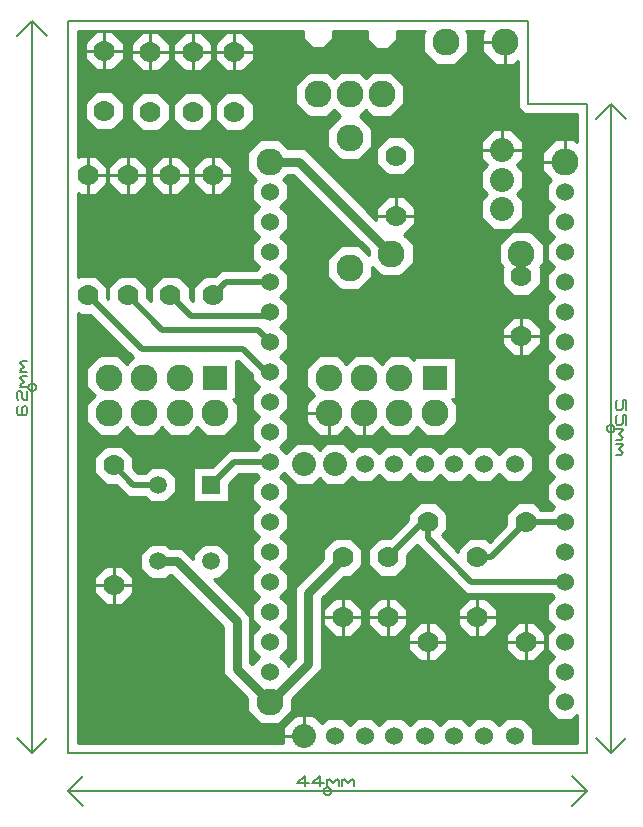
<source format=gbr>
G04 PROTEUS GERBER X2 FILE*
%TF.GenerationSoftware,Labcenter,Proteus,8.12-SP0-Build30713*%
%TF.CreationDate,2023-07-17T11:58:22+00:00*%
%TF.FileFunction,Copper,L2,Bot*%
%TF.FilePolarity,Positive*%
%TF.Part,Single*%
%TF.SameCoordinates,{929d0d33-b1dc-492e-9cfe-804fc5f4831e}*%
%FSLAX45Y45*%
%MOMM*%
G01*
%TA.AperFunction,Conductor*%
%ADD10C,0.508000*%
%ADD11C,0.762000*%
%ADD12C,0.254000*%
%TA.AperFunction,ComponentPad*%
%ADD13C,2.286000*%
%ADD14C,1.524000*%
%TA.AperFunction,ComponentPad*%
%ADD15R,2.032000X2.032000*%
%TA.AperFunction,ComponentPad*%
%ADD16C,2.032000*%
%TA.AperFunction,ComponentPad*%
%ADD17C,1.778000*%
%TA.AperFunction,ComponentPad*%
%ADD18R,1.500000X1.500000*%
%ADD19C,1.500000*%
%TA.AperFunction,Profile*%
%ADD20C,0.203200*%
%TA.AperFunction,NonMaterial*%
%ADD21C,0.203200*%
%TD.AperFunction*%
G36*
X+3509501Y+6098907D02*
X+3509501Y+5941093D01*
X+3621093Y+5829501D01*
X+3778907Y+5829501D01*
X+3813640Y+5864234D01*
X+3813640Y+5464230D01*
X+3864230Y+5413640D01*
X+4313640Y+5413640D01*
X+4313640Y+5175766D01*
X+4288907Y+5200499D01*
X+4131093Y+5200499D01*
X+4019501Y+5088907D01*
X+4019501Y+4931093D01*
X+4094534Y+4856060D01*
X+4057601Y+4819126D01*
X+4057601Y+4692874D01*
X+4121475Y+4629000D01*
X+4057601Y+4565126D01*
X+4057601Y+4438874D01*
X+4121475Y+4375000D01*
X+4057601Y+4311126D01*
X+4057601Y+4184874D01*
X+4121475Y+4121000D01*
X+4057601Y+4057126D01*
X+4057601Y+3930874D01*
X+4121475Y+3867000D01*
X+4057601Y+3803126D01*
X+4057601Y+3676874D01*
X+4121475Y+3613000D01*
X+4057601Y+3549126D01*
X+4057601Y+3422874D01*
X+4121475Y+3359000D01*
X+4057601Y+3295126D01*
X+4057601Y+3168874D01*
X+4121475Y+3105000D01*
X+4057601Y+3041126D01*
X+4057601Y+2914874D01*
X+4121475Y+2851000D01*
X+4057601Y+2787126D01*
X+4057601Y+2660874D01*
X+4121475Y+2597000D01*
X+4057601Y+2533126D01*
X+4057601Y+2406874D01*
X+4121475Y+2343000D01*
X+4057601Y+2279126D01*
X+4057601Y+2152874D01*
X+4121475Y+2089000D01*
X+4094074Y+2061599D01*
X+4011886Y+2061599D01*
X+3948386Y+2125099D01*
X+3811614Y+2125099D01*
X+3714901Y+2028386D01*
X+3714901Y+1929202D01*
X+3574592Y+1788893D01*
X+3538386Y+1825099D01*
X+3401614Y+1825099D01*
X+3304901Y+1728386D01*
X+3304901Y+1708020D01*
X+3168203Y+1844718D01*
X+3215099Y+1891614D01*
X+3215099Y+2028386D01*
X+3118386Y+2125099D01*
X+2981614Y+2125099D01*
X+2884901Y+2028386D01*
X+2884901Y+1978583D01*
X+2731417Y+1825099D01*
X+2641614Y+1825099D01*
X+2544901Y+1728386D01*
X+2544901Y+1591614D01*
X+2641614Y+1494901D01*
X+2778386Y+1494901D01*
X+2875099Y+1591614D01*
X+2875099Y+1681417D01*
X+2959620Y+1765938D01*
X+2978159Y+1747398D01*
X+3373156Y+1352401D01*
X+4096074Y+1352401D01*
X+4121475Y+1327000D01*
X+4057601Y+1263126D01*
X+4057601Y+1136874D01*
X+4121475Y+1073000D01*
X+4057601Y+1009126D01*
X+4057601Y+882874D01*
X+4121475Y+819000D01*
X+4057601Y+755126D01*
X+4057601Y+628874D01*
X+4121475Y+565000D01*
X+4057601Y+501126D01*
X+4057601Y+374874D01*
X+4146874Y+285601D01*
X+4273126Y+285601D01*
X+4313640Y+326115D01*
X+4313640Y+86360D01*
X+3937285Y+86360D01*
X+3937799Y+86874D01*
X+3937799Y+213126D01*
X+3848526Y+302399D01*
X+3722274Y+302399D01*
X+3655400Y+235525D01*
X+3588526Y+302399D01*
X+3462274Y+302399D01*
X+3400400Y+240525D01*
X+3338526Y+302399D01*
X+3212274Y+302399D01*
X+3150400Y+240525D01*
X+3088526Y+302399D01*
X+2962274Y+302399D01*
X+2895400Y+235525D01*
X+2828526Y+302399D01*
X+2702274Y+302399D01*
X+2640400Y+240525D01*
X+2578526Y+302399D01*
X+2452274Y+302399D01*
X+2390400Y+240525D01*
X+2328526Y+302399D01*
X+2202274Y+302399D01*
X+2153360Y+253486D01*
X+2079047Y+327799D01*
X+1931753Y+327799D01*
X+1827601Y+223647D01*
X+1827601Y+86360D01*
X+86359Y+86360D01*
X+86359Y+3730156D01*
X+101614Y+3714901D01*
X+191417Y+3714901D01*
X+553456Y+3352862D01*
X+500000Y+3299406D01*
X+428907Y+3370499D01*
X+271093Y+3370499D01*
X+159501Y+3258907D01*
X+159501Y+3101093D01*
X+230594Y+3030000D01*
X+159501Y+2958907D01*
X+159501Y+2801093D01*
X+271093Y+2689501D01*
X+428907Y+2689501D01*
X+500000Y+2760594D01*
X+571093Y+2689501D01*
X+728907Y+2689501D01*
X+800000Y+2760594D01*
X+871093Y+2689501D01*
X+1028907Y+2689501D01*
X+1100000Y+2760594D01*
X+1171093Y+2689501D01*
X+1328907Y+2689501D01*
X+1440499Y+2801093D01*
X+1440499Y+2958907D01*
X+1397205Y+3002201D01*
X+1427799Y+3002201D01*
X+1427799Y+3321538D01*
X+1443895Y+3321538D01*
X+1557601Y+3207832D01*
X+1557601Y+3168874D01*
X+1621475Y+3105000D01*
X+1557601Y+3041126D01*
X+1557601Y+2914874D01*
X+1621475Y+2851000D01*
X+1557601Y+2787126D01*
X+1557601Y+2660874D01*
X+1621475Y+2597000D01*
X+1596074Y+2571599D01*
X+1367917Y+2571599D01*
X+1222517Y+2426199D01*
X+1063801Y+2426199D01*
X+1063801Y+2123801D01*
X+1366199Y+2123801D01*
X+1366199Y+2282517D01*
X+1452083Y+2368401D01*
X+1596074Y+2368401D01*
X+1621475Y+2343000D01*
X+1557601Y+2279126D01*
X+1557601Y+2152874D01*
X+1621475Y+2089000D01*
X+1557601Y+2025126D01*
X+1557601Y+1898874D01*
X+1621475Y+1835000D01*
X+1557601Y+1771126D01*
X+1557601Y+1644874D01*
X+1621475Y+1581000D01*
X+1557601Y+1517126D01*
X+1557601Y+1390874D01*
X+1621475Y+1327000D01*
X+1557601Y+1263126D01*
X+1557601Y+1136874D01*
X+1621475Y+1073000D01*
X+1557601Y+1009126D01*
X+1557601Y+882874D01*
X+1621475Y+819000D01*
X+1557601Y+755126D01*
X+1557601Y+752041D01*
X+1545278Y+764364D01*
X+1545278Y+1164930D01*
X+1236407Y+1473801D01*
X+1277629Y+1473801D01*
X+1366199Y+1562371D01*
X+1366199Y+1687629D01*
X+1277629Y+1776199D01*
X+1152371Y+1776199D01*
X+1063801Y+1687629D01*
X+1063801Y+1646407D01*
X+970909Y+1739299D01*
X+864529Y+1739299D01*
X+827629Y+1776199D01*
X+702371Y+1776199D01*
X+613801Y+1687629D01*
X+613801Y+1562371D01*
X+702371Y+1473801D01*
X+827629Y+1473801D01*
X+864529Y+1510701D01*
X+876223Y+1510701D01*
X+1316680Y+1070244D01*
X+1316680Y+669678D01*
X+1519501Y+466857D01*
X+1519501Y+359093D01*
X+1631093Y+247501D01*
X+1788907Y+247501D01*
X+1900499Y+359093D01*
X+1900499Y+457379D01*
X+2154299Y+711179D01*
X+2154299Y+1312657D01*
X+2336543Y+1494901D01*
X+2398386Y+1494901D01*
X+2495099Y+1591614D01*
X+2495099Y+1728386D01*
X+2398386Y+1825099D01*
X+2261614Y+1825099D01*
X+2164901Y+1728386D01*
X+2164901Y+1646543D01*
X+1925701Y+1407343D01*
X+1925701Y+805865D01*
X+1862399Y+742563D01*
X+1862399Y+755126D01*
X+1798525Y+819000D01*
X+1862399Y+882874D01*
X+1862399Y+1009126D01*
X+1798525Y+1073000D01*
X+1862399Y+1136874D01*
X+1862399Y+1263126D01*
X+1798525Y+1327000D01*
X+1862399Y+1390874D01*
X+1862399Y+1517126D01*
X+1798525Y+1581000D01*
X+1862399Y+1644874D01*
X+1862399Y+1771126D01*
X+1798525Y+1835000D01*
X+1862399Y+1898874D01*
X+1862399Y+2025126D01*
X+1798525Y+2089000D01*
X+1862399Y+2152874D01*
X+1862399Y+2279126D01*
X+1798525Y+2343000D01*
X+1829740Y+2374214D01*
X+1931753Y+2272201D01*
X+2079047Y+2272201D01*
X+2135400Y+2328554D01*
X+2191753Y+2272201D01*
X+2339047Y+2272201D01*
X+2408360Y+2341514D01*
X+2452274Y+2297601D01*
X+2578526Y+2297601D01*
X+2640400Y+2359475D01*
X+2702274Y+2297601D01*
X+2828526Y+2297601D01*
X+2895400Y+2364475D01*
X+2962274Y+2297601D01*
X+3088526Y+2297601D01*
X+3150400Y+2359475D01*
X+3212274Y+2297601D01*
X+3338526Y+2297601D01*
X+3400400Y+2359475D01*
X+3462274Y+2297601D01*
X+3588526Y+2297601D01*
X+3655400Y+2364475D01*
X+3722274Y+2297601D01*
X+3848526Y+2297601D01*
X+3937799Y+2386874D01*
X+3937799Y+2513126D01*
X+3848526Y+2602399D01*
X+3722274Y+2602399D01*
X+3655400Y+2535525D01*
X+3588526Y+2602399D01*
X+3462274Y+2602399D01*
X+3400400Y+2540525D01*
X+3338526Y+2602399D01*
X+3212274Y+2602399D01*
X+3150400Y+2540525D01*
X+3088526Y+2602399D01*
X+2962274Y+2602399D01*
X+2895400Y+2535525D01*
X+2828526Y+2602399D01*
X+2702274Y+2602399D01*
X+2640400Y+2540525D01*
X+2578526Y+2602399D01*
X+2452274Y+2602399D01*
X+2408360Y+2558486D01*
X+2339047Y+2627799D01*
X+2191753Y+2627799D01*
X+2135400Y+2571446D01*
X+2079047Y+2627799D01*
X+1931753Y+2627799D01*
X+1849740Y+2545786D01*
X+1798525Y+2597000D01*
X+1862399Y+2660874D01*
X+1862399Y+2787126D01*
X+1798525Y+2851000D01*
X+1862399Y+2914874D01*
X+1862399Y+3041126D01*
X+1798525Y+3105000D01*
X+1862399Y+3168874D01*
X+1862399Y+3295126D01*
X+1798525Y+3359000D01*
X+1862399Y+3422874D01*
X+1862399Y+3549126D01*
X+1798525Y+3613000D01*
X+1862399Y+3676874D01*
X+1862399Y+3803126D01*
X+1798525Y+3867000D01*
X+1862399Y+3930874D01*
X+1862399Y+4057126D01*
X+1798525Y+4121000D01*
X+1862399Y+4184874D01*
X+1862399Y+4311126D01*
X+1798525Y+4375000D01*
X+1862399Y+4438874D01*
X+1862399Y+4565126D01*
X+1798525Y+4629000D01*
X+1862399Y+4692874D01*
X+1862399Y+4819126D01*
X+1825466Y+4856060D01*
X+1865107Y+4895701D01*
X+1912657Y+4895701D01*
X+2549501Y+4258857D01*
X+2549501Y+4219905D01*
X+2468907Y+4300499D01*
X+2311093Y+4300499D01*
X+2199501Y+4188907D01*
X+2199501Y+4031093D01*
X+2311093Y+3919501D01*
X+2468907Y+3919501D01*
X+2580499Y+4031093D01*
X+2580499Y+4120095D01*
X+2661093Y+4039501D01*
X+2818907Y+4039501D01*
X+2930499Y+4151093D01*
X+2930499Y+4308907D01*
X+2850446Y+4388960D01*
X+2945099Y+4483614D01*
X+2945099Y+4620386D01*
X+2848386Y+4717099D01*
X+2711614Y+4717099D01*
X+2614901Y+4620386D01*
X+2614901Y+4516741D01*
X+2007343Y+5124299D01*
X+1865107Y+5124299D01*
X+1788907Y+5200499D01*
X+1631093Y+5200499D01*
X+1519501Y+5088907D01*
X+1519501Y+4931093D01*
X+1594534Y+4856060D01*
X+1557601Y+4819126D01*
X+1557601Y+4692874D01*
X+1621475Y+4629000D01*
X+1557601Y+4565126D01*
X+1557601Y+4438874D01*
X+1621475Y+4375000D01*
X+1557601Y+4311126D01*
X+1557601Y+4184874D01*
X+1621475Y+4121000D01*
X+1596074Y+4095599D01*
X+1301917Y+4095599D01*
X+1251417Y+4045099D01*
X+1161614Y+4045099D01*
X+1064901Y+3948386D01*
X+1064901Y+3828781D01*
X+1035099Y+3858583D01*
X+1035099Y+3948386D01*
X+938386Y+4045099D01*
X+801614Y+4045099D01*
X+704901Y+3948386D01*
X+704901Y+3828781D01*
X+675099Y+3858583D01*
X+675099Y+3948386D01*
X+578386Y+4045099D01*
X+441614Y+4045099D01*
X+344901Y+3948386D01*
X+344901Y+3848781D01*
X+335099Y+3858583D01*
X+335099Y+3948386D01*
X+238386Y+4045099D01*
X+101614Y+4045099D01*
X+86359Y+4029844D01*
X+86359Y+4746156D01*
X+101614Y+4730901D01*
X+238386Y+4730901D01*
X+335099Y+4827614D01*
X+335099Y+4964386D01*
X+238386Y+5061099D01*
X+101614Y+5061099D01*
X+86359Y+5045844D01*
X+86359Y+6113640D01*
X+1993801Y+6113640D01*
X+1993801Y+6047727D01*
X+2067727Y+5973801D01*
X+2172273Y+5973801D01*
X+2246199Y+6047727D01*
X+2246199Y+6113640D01*
X+2533801Y+6113640D01*
X+2533801Y+6037727D01*
X+2607727Y+5963801D01*
X+2712273Y+5963801D01*
X+2786199Y+6037727D01*
X+2786199Y+6113640D01*
X+3024234Y+6113640D01*
X+3009501Y+6098907D01*
X+3009501Y+5941093D01*
X+3121093Y+5829501D01*
X+3278907Y+5829501D01*
X+3390499Y+5941093D01*
X+3390499Y+6098907D01*
X+3375766Y+6113640D01*
X+3524234Y+6113640D01*
X+3509501Y+6098907D01*
G37*
%LPC*%
G36*
X+2932201Y+3327205D02*
X+2932201Y+3357799D01*
X+3287799Y+3357799D01*
X+3287799Y+3002201D01*
X+3257205Y+3002201D01*
X+3300499Y+2958907D01*
X+3300499Y+2801093D01*
X+3188907Y+2689501D01*
X+3031093Y+2689501D01*
X+2960000Y+2760594D01*
X+2888907Y+2689501D01*
X+2731093Y+2689501D01*
X+2660000Y+2760594D01*
X+2588907Y+2689501D01*
X+2431093Y+2689501D01*
X+2360000Y+2760594D01*
X+2288907Y+2689501D01*
X+2131093Y+2689501D01*
X+2019501Y+2801093D01*
X+2019501Y+2958907D01*
X+2090594Y+3030000D01*
X+2019501Y+3101093D01*
X+2019501Y+3258907D01*
X+2131093Y+3370499D01*
X+2288907Y+3370499D01*
X+2360000Y+3299406D01*
X+2431093Y+3370499D01*
X+2588907Y+3370499D01*
X+2660000Y+3299406D01*
X+2731093Y+3370499D01*
X+2888907Y+3370499D01*
X+2932201Y+3327205D01*
G37*
G36*
X+2850499Y+5658907D02*
X+2850499Y+5501093D01*
X+2738907Y+5389501D01*
X+2581093Y+5389501D01*
X+2525000Y+5445594D01*
X+2474406Y+5395000D01*
X+2580499Y+5288907D01*
X+2580499Y+5131093D01*
X+2468907Y+5019501D01*
X+2311093Y+5019501D01*
X+2199501Y+5131093D01*
X+2199501Y+5288907D01*
X+2305594Y+5395000D01*
X+2255000Y+5445594D01*
X+2198907Y+5389501D01*
X+2041093Y+5389501D01*
X+1929501Y+5501093D01*
X+1929501Y+5658907D01*
X+2041093Y+5770499D01*
X+2198907Y+5770499D01*
X+2255000Y+5714406D01*
X+2311093Y+5770499D01*
X+2468907Y+5770499D01*
X+2525000Y+5714406D01*
X+2581093Y+5770499D01*
X+2738907Y+5770499D01*
X+2850499Y+5658907D01*
G37*
G36*
X+675099Y+4827614D02*
X+675099Y+4964386D01*
X+578386Y+5061099D01*
X+441614Y+5061099D01*
X+344901Y+4964386D01*
X+344901Y+4827614D01*
X+441614Y+4730901D01*
X+578386Y+4730901D01*
X+675099Y+4827614D01*
G37*
G36*
X+1035099Y+4827614D02*
X+1035099Y+4964386D01*
X+938386Y+5061099D01*
X+801614Y+5061099D01*
X+704901Y+4964386D01*
X+704901Y+4827614D01*
X+801614Y+4730901D01*
X+938386Y+4730901D01*
X+1035099Y+4827614D01*
G37*
G36*
X+1395099Y+4827614D02*
X+1395099Y+4964386D01*
X+1298386Y+5061099D01*
X+1161614Y+5061099D01*
X+1064901Y+4964386D01*
X+1064901Y+4827614D01*
X+1161614Y+4730901D01*
X+1298386Y+4730901D01*
X+1395099Y+4827614D01*
G37*
G36*
X+475099Y+5371614D02*
X+475099Y+5508386D01*
X+378386Y+5605099D01*
X+241614Y+5605099D01*
X+144901Y+5508386D01*
X+144901Y+5371614D01*
X+241614Y+5274901D01*
X+378386Y+5274901D01*
X+475099Y+5371614D01*
G37*
G36*
X+475099Y+5879614D02*
X+475099Y+6016386D01*
X+378386Y+6113099D01*
X+241614Y+6113099D01*
X+144901Y+6016386D01*
X+144901Y+5879614D01*
X+241614Y+5782901D01*
X+378386Y+5782901D01*
X+475099Y+5879614D01*
G37*
G36*
X+865099Y+5361614D02*
X+865099Y+5498386D01*
X+768386Y+5595099D01*
X+631614Y+5595099D01*
X+534901Y+5498386D01*
X+534901Y+5361614D01*
X+631614Y+5264901D01*
X+768386Y+5264901D01*
X+865099Y+5361614D01*
G37*
G36*
X+865099Y+5869614D02*
X+865099Y+6006386D01*
X+768386Y+6103099D01*
X+631614Y+6103099D01*
X+534901Y+6006386D01*
X+534901Y+5869614D01*
X+631614Y+5772901D01*
X+768386Y+5772901D01*
X+865099Y+5869614D01*
G37*
G36*
X+1225099Y+5361614D02*
X+1225099Y+5498386D01*
X+1128386Y+5595099D01*
X+991614Y+5595099D01*
X+894901Y+5498386D01*
X+894901Y+5361614D01*
X+991614Y+5264901D01*
X+1128386Y+5264901D01*
X+1225099Y+5361614D01*
G37*
G36*
X+1225099Y+5869614D02*
X+1225099Y+6006386D01*
X+1128386Y+6103099D01*
X+991614Y+6103099D01*
X+894901Y+6006386D01*
X+894901Y+5869614D01*
X+991614Y+5772901D01*
X+1128386Y+5772901D01*
X+1225099Y+5869614D01*
G37*
G36*
X+1575099Y+5361614D02*
X+1575099Y+5498386D01*
X+1478386Y+5595099D01*
X+1341614Y+5595099D01*
X+1244901Y+5498386D01*
X+1244901Y+5361614D01*
X+1341614Y+5264901D01*
X+1478386Y+5264901D01*
X+1575099Y+5361614D01*
G37*
G36*
X+1575099Y+5869614D02*
X+1575099Y+6006386D01*
X+1478386Y+6103099D01*
X+1341614Y+6103099D01*
X+1244901Y+6006386D01*
X+1244901Y+5869614D01*
X+1341614Y+5772901D01*
X+1478386Y+5772901D01*
X+1575099Y+5869614D01*
G37*
G36*
X+2164901Y+1220386D02*
X+2164901Y+1083614D01*
X+2261614Y+986901D01*
X+2398386Y+986901D01*
X+2495099Y+1083614D01*
X+2495099Y+1220386D01*
X+2398386Y+1317099D01*
X+2261614Y+1317099D01*
X+2164901Y+1220386D01*
G37*
G36*
X+3714901Y+1012386D02*
X+3714901Y+875614D01*
X+3811614Y+778901D01*
X+3948386Y+778901D01*
X+4045099Y+875614D01*
X+4045099Y+1012386D01*
X+3948386Y+1109099D01*
X+3811614Y+1109099D01*
X+3714901Y+1012386D01*
G37*
G36*
X+3304901Y+1220386D02*
X+3304901Y+1083614D01*
X+3401614Y+986901D01*
X+3538386Y+986901D01*
X+3635099Y+1083614D01*
X+3635099Y+1220386D01*
X+3538386Y+1317099D01*
X+3401614Y+1317099D01*
X+3304901Y+1220386D01*
G37*
G36*
X+2884901Y+1012386D02*
X+2884901Y+875614D01*
X+2981614Y+778901D01*
X+3118386Y+778901D01*
X+3215099Y+875614D01*
X+3215099Y+1012386D01*
X+3118386Y+1109099D01*
X+2981614Y+1109099D01*
X+2884901Y+1012386D01*
G37*
G36*
X+2544901Y+1220386D02*
X+2544901Y+1083614D01*
X+2641614Y+986901D01*
X+2778386Y+986901D01*
X+2875099Y+1083614D01*
X+2875099Y+1220386D01*
X+2778386Y+1317099D01*
X+2641614Y+1317099D01*
X+2544901Y+1220386D01*
G37*
G36*
X+4030499Y+4308907D02*
X+4030499Y+4151093D01*
X+3996446Y+4117040D01*
X+4005099Y+4108386D01*
X+4005099Y+3971614D01*
X+3908386Y+3874901D01*
X+3771614Y+3874901D01*
X+3674901Y+3971614D01*
X+3674901Y+4108386D01*
X+3683554Y+4117040D01*
X+3649501Y+4151093D01*
X+3649501Y+4308907D01*
X+3761093Y+4420499D01*
X+3918907Y+4420499D01*
X+4030499Y+4308907D01*
G37*
G36*
X+3857799Y+5183647D02*
X+3857799Y+5036353D01*
X+3804946Y+4983500D01*
X+3857799Y+4930647D01*
X+3857799Y+4783353D01*
X+3807946Y+4733500D01*
X+3857799Y+4683647D01*
X+3857799Y+4536353D01*
X+3753647Y+4432201D01*
X+3606353Y+4432201D01*
X+3502201Y+4536353D01*
X+3502201Y+4683647D01*
X+3552054Y+4733500D01*
X+3502201Y+4783353D01*
X+3502201Y+4930647D01*
X+3555054Y+4983500D01*
X+3502201Y+5036353D01*
X+3502201Y+5183647D01*
X+3606353Y+5287799D01*
X+3753647Y+5287799D01*
X+3857799Y+5183647D01*
G37*
G36*
X+3674901Y+3600386D02*
X+3674901Y+3463614D01*
X+3771614Y+3366901D01*
X+3908386Y+3366901D01*
X+4005099Y+3463614D01*
X+4005099Y+3600386D01*
X+3908386Y+3697099D01*
X+3771614Y+3697099D01*
X+3674901Y+3600386D01*
G37*
G36*
X+2614901Y+5128386D02*
X+2614901Y+4991614D01*
X+2711614Y+4894901D01*
X+2848386Y+4894901D01*
X+2945099Y+4991614D01*
X+2945099Y+5128386D01*
X+2848386Y+5225099D01*
X+2711614Y+5225099D01*
X+2614901Y+5128386D01*
G37*
G36*
X+555099Y+2508386D02*
X+555099Y+2418583D01*
X+597083Y+2376599D01*
X+652771Y+2376599D01*
X+702371Y+2426199D01*
X+827629Y+2426199D01*
X+916199Y+2337629D01*
X+916199Y+2212371D01*
X+827629Y+2123801D01*
X+702371Y+2123801D01*
X+652771Y+2173401D01*
X+512917Y+2173401D01*
X+411417Y+2274901D01*
X+321614Y+2274901D01*
X+224901Y+2371614D01*
X+224901Y+2508386D01*
X+321614Y+2605099D01*
X+458386Y+2605099D01*
X+555099Y+2508386D01*
G37*
G36*
X+224901Y+1492386D02*
X+224901Y+1355614D01*
X+321614Y+1258901D01*
X+458386Y+1258901D01*
X+555099Y+1355614D01*
X+555099Y+1492386D01*
X+458386Y+1589099D01*
X+321614Y+1589099D01*
X+224901Y+1492386D01*
G37*
%LPD*%
D10*
X+3889381Y+1960000D02*
X+3889381Y+1973234D01*
X+3880000Y+1960000D01*
X+3889381Y+1960000D01*
X+4208000Y+1960000D01*
X+4210000Y+1962000D01*
X+390000Y+2440000D02*
X+555000Y+2275000D01*
X+765000Y+2275000D01*
X+1215000Y+2275000D02*
X+1410000Y+2470000D01*
X+1710000Y+2470000D01*
D11*
X+1710000Y+5010000D02*
X+1960000Y+5010000D01*
X+2740000Y+4230000D01*
X+3840000Y+4230000D02*
X+3840000Y+4040000D01*
D10*
X+1710000Y+3994000D02*
X+1344000Y+3994000D01*
X+1230000Y+3880000D01*
X+870000Y+3880000D02*
X+1047704Y+3702296D01*
X+1672296Y+3702296D01*
X+1710000Y+3740000D01*
X+510000Y+3880000D02*
X+803412Y+3586588D01*
X+1572618Y+3586588D01*
X+1609412Y+3586588D01*
X+1710000Y+3486000D01*
X+170000Y+3880000D02*
X+626863Y+3423137D01*
X+1485978Y+3423137D01*
X+1677115Y+3232000D01*
X+1710000Y+3232000D01*
X+3470000Y+1660000D02*
X+3589381Y+1660000D01*
X+3800481Y+1871100D01*
X+3880000Y+1960000D01*
X+3050000Y+1960000D02*
X+3050000Y+1819239D01*
X+3415239Y+1454000D01*
X+4210000Y+1454000D01*
X+2710000Y+1660000D02*
X+3010000Y+1960000D01*
X+3050000Y+1960000D01*
D11*
X+1699000Y+449000D02*
X+1730478Y+449000D01*
X+2040000Y+758522D01*
X+2040000Y+1360000D01*
X+2330000Y+1650000D01*
X+2330000Y+1660000D01*
X+765000Y+1625000D02*
X+923566Y+1625000D01*
X+1430979Y+1117587D01*
X+1430979Y+717021D01*
X+1699000Y+449000D01*
X+1710000Y+438000D01*
D12*
X+3509501Y+6098907D02*
X+3509501Y+5941093D01*
X+3621093Y+5829501D01*
X+3778907Y+5829501D01*
X+3813640Y+5864234D01*
X+3813640Y+5464230D01*
X+3864230Y+5413640D01*
X+4313640Y+5413640D01*
X+4313640Y+5175766D01*
X+4288907Y+5200499D01*
X+4131093Y+5200499D01*
X+4019501Y+5088907D01*
X+4019501Y+4931093D01*
X+4094534Y+4856060D01*
X+4057601Y+4819126D01*
X+4057601Y+4692874D01*
X+4121475Y+4629000D01*
X+4057601Y+4565126D01*
X+4057601Y+4438874D01*
X+4121475Y+4375000D01*
X+4057601Y+4311126D01*
X+4057601Y+4184874D01*
X+4121475Y+4121000D01*
X+4057601Y+4057126D01*
X+4057601Y+3930874D01*
X+4121475Y+3867000D01*
X+4057601Y+3803126D01*
X+4057601Y+3676874D01*
X+4121475Y+3613000D01*
X+4057601Y+3549126D01*
X+4057601Y+3422874D01*
X+4121475Y+3359000D01*
X+4057601Y+3295126D01*
X+4057601Y+3168874D01*
X+4121475Y+3105000D01*
X+4057601Y+3041126D01*
X+4057601Y+2914874D01*
X+4121475Y+2851000D01*
X+4057601Y+2787126D01*
X+4057601Y+2660874D01*
X+4121475Y+2597000D01*
X+4057601Y+2533126D01*
X+4057601Y+2406874D01*
X+4121475Y+2343000D01*
X+4057601Y+2279126D01*
X+4057601Y+2152874D01*
X+4121475Y+2089000D01*
X+4094074Y+2061599D01*
X+4011886Y+2061599D01*
X+3948386Y+2125099D01*
X+3811614Y+2125099D01*
X+3714901Y+2028386D01*
X+3714901Y+1929202D01*
X+3574592Y+1788893D01*
X+3538386Y+1825099D01*
X+3401614Y+1825099D01*
X+3304901Y+1728386D01*
X+3304901Y+1708020D01*
X+3168203Y+1844718D01*
X+3215099Y+1891614D01*
X+3215099Y+2028386D01*
X+3118386Y+2125099D01*
X+2981614Y+2125099D01*
X+2884901Y+2028386D01*
X+2884901Y+1978583D01*
X+2731417Y+1825099D01*
X+2641614Y+1825099D01*
X+2544901Y+1728386D01*
X+2544901Y+1591614D01*
X+2641614Y+1494901D01*
X+2778386Y+1494901D01*
X+2875099Y+1591614D01*
X+2875099Y+1681417D01*
X+2959620Y+1765938D01*
X+2978159Y+1747398D01*
X+3373156Y+1352401D01*
X+4096074Y+1352401D01*
X+4121475Y+1327000D01*
X+4057601Y+1263126D01*
X+4057601Y+1136874D01*
X+4121475Y+1073000D01*
X+4057601Y+1009126D01*
X+4057601Y+882874D01*
X+4121475Y+819000D01*
X+4057601Y+755126D01*
X+4057601Y+628874D01*
X+4121475Y+565000D01*
X+4057601Y+501126D01*
X+4057601Y+374874D01*
X+4146874Y+285601D01*
X+4273126Y+285601D01*
X+4313640Y+326115D01*
X+4313640Y+86360D01*
X+3937285Y+86360D01*
X+3937799Y+86874D01*
X+3937799Y+213126D01*
X+3848526Y+302399D01*
X+3722274Y+302399D01*
X+3655400Y+235525D01*
X+3588526Y+302399D01*
X+3462274Y+302399D01*
X+3400400Y+240525D01*
X+3338526Y+302399D01*
X+3212274Y+302399D01*
X+3150400Y+240525D01*
X+3088526Y+302399D01*
X+2962274Y+302399D01*
X+2895400Y+235525D01*
X+2828526Y+302399D01*
X+2702274Y+302399D01*
X+2640400Y+240525D01*
X+2578526Y+302399D01*
X+2452274Y+302399D01*
X+2390400Y+240525D01*
X+2328526Y+302399D01*
X+2202274Y+302399D01*
X+2153360Y+253486D01*
X+2079047Y+327799D01*
X+1931753Y+327799D01*
X+1827601Y+223647D01*
X+1827601Y+86360D01*
X+86359Y+86360D01*
X+86359Y+3730156D01*
X+101614Y+3714901D01*
X+191417Y+3714901D01*
X+553456Y+3352862D01*
X+500000Y+3299406D01*
X+428907Y+3370499D01*
X+271093Y+3370499D01*
X+159501Y+3258907D01*
X+159501Y+3101093D01*
X+230594Y+3030000D01*
X+159501Y+2958907D01*
X+159501Y+2801093D01*
X+271093Y+2689501D01*
X+428907Y+2689501D01*
X+500000Y+2760594D01*
X+571093Y+2689501D01*
X+728907Y+2689501D01*
X+800000Y+2760594D01*
X+871093Y+2689501D01*
X+1028907Y+2689501D01*
X+1100000Y+2760594D01*
X+1171093Y+2689501D01*
X+1328907Y+2689501D01*
X+1440499Y+2801093D01*
X+1440499Y+2958907D01*
X+1397205Y+3002201D01*
X+1427799Y+3002201D01*
X+1427799Y+3321538D01*
X+1443895Y+3321538D01*
X+1557601Y+3207832D01*
X+1557601Y+3168874D01*
X+1621475Y+3105000D01*
X+1557601Y+3041126D01*
X+1557601Y+2914874D01*
X+1621475Y+2851000D01*
X+1557601Y+2787126D01*
X+1557601Y+2660874D01*
X+1621475Y+2597000D01*
X+1596074Y+2571599D01*
X+1367917Y+2571599D01*
X+1222517Y+2426199D01*
X+1063801Y+2426199D01*
X+1063801Y+2123801D01*
X+1366199Y+2123801D01*
X+1366199Y+2282517D01*
X+1452083Y+2368401D01*
X+1596074Y+2368401D01*
X+1621475Y+2343000D01*
X+1557601Y+2279126D01*
X+1557601Y+2152874D01*
X+1621475Y+2089000D01*
X+1557601Y+2025126D01*
X+1557601Y+1898874D01*
X+1621475Y+1835000D01*
X+1557601Y+1771126D01*
X+1557601Y+1644874D01*
X+1621475Y+1581000D01*
X+1557601Y+1517126D01*
X+1557601Y+1390874D01*
X+1621475Y+1327000D01*
X+1557601Y+1263126D01*
X+1557601Y+1136874D01*
X+1621475Y+1073000D01*
X+1557601Y+1009126D01*
X+1557601Y+882874D01*
X+1621475Y+819000D01*
X+1557601Y+755126D01*
X+1557601Y+752041D01*
X+1545278Y+764364D01*
X+1545278Y+1164930D01*
X+1236407Y+1473801D01*
X+1277629Y+1473801D01*
X+1366199Y+1562371D01*
X+1366199Y+1687629D01*
X+1277629Y+1776199D01*
X+1152371Y+1776199D01*
X+1063801Y+1687629D01*
X+1063801Y+1646407D01*
X+970909Y+1739299D01*
X+864529Y+1739299D01*
X+827629Y+1776199D01*
X+702371Y+1776199D01*
X+613801Y+1687629D01*
X+613801Y+1562371D01*
X+702371Y+1473801D01*
X+827629Y+1473801D01*
X+864529Y+1510701D01*
X+876223Y+1510701D01*
X+1316680Y+1070244D01*
X+1316680Y+669678D01*
X+1519501Y+466857D01*
X+1519501Y+359093D01*
X+1631093Y+247501D01*
X+1788907Y+247501D01*
X+1900499Y+359093D01*
X+1900499Y+457379D01*
X+2154299Y+711179D01*
X+2154299Y+1312657D01*
X+2336543Y+1494901D01*
X+2398386Y+1494901D01*
X+2495099Y+1591614D01*
X+2495099Y+1728386D01*
X+2398386Y+1825099D01*
X+2261614Y+1825099D01*
X+2164901Y+1728386D01*
X+2164901Y+1646543D01*
X+1925701Y+1407343D01*
X+1925701Y+805865D01*
X+1862399Y+742563D01*
X+1862399Y+755126D01*
X+1798525Y+819000D01*
X+1862399Y+882874D01*
X+1862399Y+1009126D01*
X+1798525Y+1073000D01*
X+1862399Y+1136874D01*
X+1862399Y+1263126D01*
X+1798525Y+1327000D01*
X+1862399Y+1390874D01*
X+1862399Y+1517126D01*
X+1798525Y+1581000D01*
X+1862399Y+1644874D01*
X+1862399Y+1771126D01*
X+1798525Y+1835000D01*
X+1862399Y+1898874D01*
X+1862399Y+2025126D01*
X+1798525Y+2089000D01*
X+1862399Y+2152874D01*
X+1862399Y+2279126D01*
X+1798525Y+2343000D01*
X+1829740Y+2374214D01*
X+1931753Y+2272201D01*
X+2079047Y+2272201D01*
X+2135400Y+2328554D01*
X+2191753Y+2272201D01*
X+2339047Y+2272201D01*
X+2408360Y+2341514D01*
X+2452274Y+2297601D01*
X+2578526Y+2297601D01*
X+2640400Y+2359475D01*
X+2702274Y+2297601D01*
X+2828526Y+2297601D01*
X+2895400Y+2364475D01*
X+2962274Y+2297601D01*
X+3088526Y+2297601D01*
X+3150400Y+2359475D01*
X+3212274Y+2297601D01*
X+3338526Y+2297601D01*
X+3400400Y+2359475D01*
X+3462274Y+2297601D01*
X+3588526Y+2297601D01*
X+3655400Y+2364475D01*
X+3722274Y+2297601D01*
X+3848526Y+2297601D01*
X+3937799Y+2386874D01*
X+3937799Y+2513126D01*
X+3848526Y+2602399D01*
X+3722274Y+2602399D01*
X+3655400Y+2535525D01*
X+3588526Y+2602399D01*
X+3462274Y+2602399D01*
X+3400400Y+2540525D01*
X+3338526Y+2602399D01*
X+3212274Y+2602399D01*
X+3150400Y+2540525D01*
X+3088526Y+2602399D01*
X+2962274Y+2602399D01*
X+2895400Y+2535525D01*
X+2828526Y+2602399D01*
X+2702274Y+2602399D01*
X+2640400Y+2540525D01*
X+2578526Y+2602399D01*
X+2452274Y+2602399D01*
X+2408360Y+2558486D01*
X+2339047Y+2627799D01*
X+2191753Y+2627799D01*
X+2135400Y+2571446D01*
X+2079047Y+2627799D01*
X+1931753Y+2627799D01*
X+1849740Y+2545786D01*
X+1798525Y+2597000D01*
X+1862399Y+2660874D01*
X+1862399Y+2787126D01*
X+1798525Y+2851000D01*
X+1862399Y+2914874D01*
X+1862399Y+3041126D01*
X+1798525Y+3105000D01*
X+1862399Y+3168874D01*
X+1862399Y+3295126D01*
X+1798525Y+3359000D01*
X+1862399Y+3422874D01*
X+1862399Y+3549126D01*
X+1798525Y+3613000D01*
X+1862399Y+3676874D01*
X+1862399Y+3803126D01*
X+1798525Y+3867000D01*
X+1862399Y+3930874D01*
X+1862399Y+4057126D01*
X+1798525Y+4121000D01*
X+1862399Y+4184874D01*
X+1862399Y+4311126D01*
X+1798525Y+4375000D01*
X+1862399Y+4438874D01*
X+1862399Y+4565126D01*
X+1798525Y+4629000D01*
X+1862399Y+4692874D01*
X+1862399Y+4819126D01*
X+1825466Y+4856060D01*
X+1865107Y+4895701D01*
X+1912657Y+4895701D01*
X+2549501Y+4258857D01*
X+2549501Y+4219905D01*
X+2468907Y+4300499D01*
X+2311093Y+4300499D01*
X+2199501Y+4188907D01*
X+2199501Y+4031093D01*
X+2311093Y+3919501D01*
X+2468907Y+3919501D01*
X+2580499Y+4031093D01*
X+2580499Y+4120095D01*
X+2661093Y+4039501D01*
X+2818907Y+4039501D01*
X+2930499Y+4151093D01*
X+2930499Y+4308907D01*
X+2850446Y+4388960D01*
X+2945099Y+4483614D01*
X+2945099Y+4620386D01*
X+2848386Y+4717099D01*
X+2711614Y+4717099D01*
X+2614901Y+4620386D01*
X+2614901Y+4516741D01*
X+2007343Y+5124299D01*
X+1865107Y+5124299D01*
X+1788907Y+5200499D01*
X+1631093Y+5200499D01*
X+1519501Y+5088907D01*
X+1519501Y+4931093D01*
X+1594534Y+4856060D01*
X+1557601Y+4819126D01*
X+1557601Y+4692874D01*
X+1621475Y+4629000D01*
X+1557601Y+4565126D01*
X+1557601Y+4438874D01*
X+1621475Y+4375000D01*
X+1557601Y+4311126D01*
X+1557601Y+4184874D01*
X+1621475Y+4121000D01*
X+1596074Y+4095599D01*
X+1301917Y+4095599D01*
X+1251417Y+4045099D01*
X+1161614Y+4045099D01*
X+1064901Y+3948386D01*
X+1064901Y+3828781D01*
X+1035099Y+3858583D01*
X+1035099Y+3948386D01*
X+938386Y+4045099D01*
X+801614Y+4045099D01*
X+704901Y+3948386D01*
X+704901Y+3828781D01*
X+675099Y+3858583D01*
X+675099Y+3948386D01*
X+578386Y+4045099D01*
X+441614Y+4045099D01*
X+344901Y+3948386D01*
X+344901Y+3848781D01*
X+335099Y+3858583D01*
X+335099Y+3948386D01*
X+238386Y+4045099D01*
X+101614Y+4045099D01*
X+86359Y+4029844D01*
X+86359Y+4746156D01*
X+101614Y+4730901D01*
X+238386Y+4730901D01*
X+335099Y+4827614D01*
X+335099Y+4964386D01*
X+238386Y+5061099D01*
X+101614Y+5061099D01*
X+86359Y+5045844D01*
X+86359Y+6113640D01*
X+1993801Y+6113640D01*
X+1993801Y+6047727D01*
X+2067727Y+5973801D01*
X+2172273Y+5973801D01*
X+2246199Y+6047727D01*
X+2246199Y+6113640D01*
X+2533801Y+6113640D01*
X+2533801Y+6037727D01*
X+2607727Y+5963801D01*
X+2712273Y+5963801D01*
X+2786199Y+6037727D01*
X+2786199Y+6113640D01*
X+3024234Y+6113640D01*
X+3009501Y+6098907D01*
X+3009501Y+5941093D01*
X+3121093Y+5829501D01*
X+3278907Y+5829501D01*
X+3390499Y+5941093D01*
X+3390499Y+6098907D01*
X+3375766Y+6113640D01*
X+3524234Y+6113640D01*
X+3509501Y+6098907D01*
X+2932201Y+3327205D02*
X+2932201Y+3357799D01*
X+3287799Y+3357799D01*
X+3287799Y+3002201D01*
X+3257205Y+3002201D01*
X+3300499Y+2958907D01*
X+3300499Y+2801093D01*
X+3188907Y+2689501D01*
X+3031093Y+2689501D01*
X+2960000Y+2760594D01*
X+2888907Y+2689501D01*
X+2731093Y+2689501D01*
X+2660000Y+2760594D01*
X+2588907Y+2689501D01*
X+2431093Y+2689501D01*
X+2360000Y+2760594D01*
X+2288907Y+2689501D01*
X+2131093Y+2689501D01*
X+2019501Y+2801093D01*
X+2019501Y+2958907D01*
X+2090594Y+3030000D01*
X+2019501Y+3101093D01*
X+2019501Y+3258907D01*
X+2131093Y+3370499D01*
X+2288907Y+3370499D01*
X+2360000Y+3299406D01*
X+2431093Y+3370499D01*
X+2588907Y+3370499D01*
X+2660000Y+3299406D01*
X+2731093Y+3370499D01*
X+2888907Y+3370499D01*
X+2932201Y+3327205D01*
X+2850499Y+5658907D02*
X+2850499Y+5501093D01*
X+2738907Y+5389501D01*
X+2581093Y+5389501D01*
X+2525000Y+5445594D01*
X+2474406Y+5395000D01*
X+2580499Y+5288907D01*
X+2580499Y+5131093D01*
X+2468907Y+5019501D01*
X+2311093Y+5019501D01*
X+2199501Y+5131093D01*
X+2199501Y+5288907D01*
X+2305594Y+5395000D01*
X+2255000Y+5445594D01*
X+2198907Y+5389501D01*
X+2041093Y+5389501D01*
X+1929501Y+5501093D01*
X+1929501Y+5658907D01*
X+2041093Y+5770499D01*
X+2198907Y+5770499D01*
X+2255000Y+5714406D01*
X+2311093Y+5770499D01*
X+2468907Y+5770499D01*
X+2525000Y+5714406D01*
X+2581093Y+5770499D01*
X+2738907Y+5770499D01*
X+2850499Y+5658907D01*
X+675099Y+4827614D02*
X+675099Y+4964386D01*
X+578386Y+5061099D01*
X+441614Y+5061099D01*
X+344901Y+4964386D01*
X+344901Y+4827614D01*
X+441614Y+4730901D01*
X+578386Y+4730901D01*
X+675099Y+4827614D01*
X+1035099Y+4827614D02*
X+1035099Y+4964386D01*
X+938386Y+5061099D01*
X+801614Y+5061099D01*
X+704901Y+4964386D01*
X+704901Y+4827614D01*
X+801614Y+4730901D01*
X+938386Y+4730901D01*
X+1035099Y+4827614D01*
X+1395099Y+4827614D02*
X+1395099Y+4964386D01*
X+1298386Y+5061099D01*
X+1161614Y+5061099D01*
X+1064901Y+4964386D01*
X+1064901Y+4827614D01*
X+1161614Y+4730901D01*
X+1298386Y+4730901D01*
X+1395099Y+4827614D01*
X+475099Y+5371614D02*
X+475099Y+5508386D01*
X+378386Y+5605099D01*
X+241614Y+5605099D01*
X+144901Y+5508386D01*
X+144901Y+5371614D01*
X+241614Y+5274901D01*
X+378386Y+5274901D01*
X+475099Y+5371614D01*
X+475099Y+5879614D02*
X+475099Y+6016386D01*
X+378386Y+6113099D01*
X+241614Y+6113099D01*
X+144901Y+6016386D01*
X+144901Y+5879614D01*
X+241614Y+5782901D01*
X+378386Y+5782901D01*
X+475099Y+5879614D01*
X+865099Y+5361614D02*
X+865099Y+5498386D01*
X+768386Y+5595099D01*
X+631614Y+5595099D01*
X+534901Y+5498386D01*
X+534901Y+5361614D01*
X+631614Y+5264901D01*
X+768386Y+5264901D01*
X+865099Y+5361614D01*
X+865099Y+5869614D02*
X+865099Y+6006386D01*
X+768386Y+6103099D01*
X+631614Y+6103099D01*
X+534901Y+6006386D01*
X+534901Y+5869614D01*
X+631614Y+5772901D01*
X+768386Y+5772901D01*
X+865099Y+5869614D01*
X+1225099Y+5361614D02*
X+1225099Y+5498386D01*
X+1128386Y+5595099D01*
X+991614Y+5595099D01*
X+894901Y+5498386D01*
X+894901Y+5361614D01*
X+991614Y+5264901D01*
X+1128386Y+5264901D01*
X+1225099Y+5361614D01*
X+1225099Y+5869614D02*
X+1225099Y+6006386D01*
X+1128386Y+6103099D01*
X+991614Y+6103099D01*
X+894901Y+6006386D01*
X+894901Y+5869614D01*
X+991614Y+5772901D01*
X+1128386Y+5772901D01*
X+1225099Y+5869614D01*
X+1575099Y+5361614D02*
X+1575099Y+5498386D01*
X+1478386Y+5595099D01*
X+1341614Y+5595099D01*
X+1244901Y+5498386D01*
X+1244901Y+5361614D01*
X+1341614Y+5264901D01*
X+1478386Y+5264901D01*
X+1575099Y+5361614D01*
X+1575099Y+5869614D02*
X+1575099Y+6006386D01*
X+1478386Y+6103099D01*
X+1341614Y+6103099D01*
X+1244901Y+6006386D01*
X+1244901Y+5869614D01*
X+1341614Y+5772901D01*
X+1478386Y+5772901D01*
X+1575099Y+5869614D01*
X+2164901Y+1220386D02*
X+2164901Y+1083614D01*
X+2261614Y+986901D01*
X+2398386Y+986901D01*
X+2495099Y+1083614D01*
X+2495099Y+1220386D01*
X+2398386Y+1317099D01*
X+2261614Y+1317099D01*
X+2164901Y+1220386D01*
X+3714901Y+1012386D02*
X+3714901Y+875614D01*
X+3811614Y+778901D01*
X+3948386Y+778901D01*
X+4045099Y+875614D01*
X+4045099Y+1012386D01*
X+3948386Y+1109099D01*
X+3811614Y+1109099D01*
X+3714901Y+1012386D01*
X+3304901Y+1220386D02*
X+3304901Y+1083614D01*
X+3401614Y+986901D01*
X+3538386Y+986901D01*
X+3635099Y+1083614D01*
X+3635099Y+1220386D01*
X+3538386Y+1317099D01*
X+3401614Y+1317099D01*
X+3304901Y+1220386D01*
X+2884901Y+1012386D02*
X+2884901Y+875614D01*
X+2981614Y+778901D01*
X+3118386Y+778901D01*
X+3215099Y+875614D01*
X+3215099Y+1012386D01*
X+3118386Y+1109099D01*
X+2981614Y+1109099D01*
X+2884901Y+1012386D01*
X+2544901Y+1220386D02*
X+2544901Y+1083614D01*
X+2641614Y+986901D01*
X+2778386Y+986901D01*
X+2875099Y+1083614D01*
X+2875099Y+1220386D01*
X+2778386Y+1317099D01*
X+2641614Y+1317099D01*
X+2544901Y+1220386D01*
X+4030499Y+4308907D02*
X+4030499Y+4151093D01*
X+3996446Y+4117040D01*
X+4005099Y+4108386D01*
X+4005099Y+3971614D01*
X+3908386Y+3874901D01*
X+3771614Y+3874901D01*
X+3674901Y+3971614D01*
X+3674901Y+4108386D01*
X+3683554Y+4117040D01*
X+3649501Y+4151093D01*
X+3649501Y+4308907D01*
X+3761093Y+4420499D01*
X+3918907Y+4420499D01*
X+4030499Y+4308907D01*
X+3857799Y+5183647D02*
X+3857799Y+5036353D01*
X+3804946Y+4983500D01*
X+3857799Y+4930647D01*
X+3857799Y+4783353D01*
X+3807946Y+4733500D01*
X+3857799Y+4683647D01*
X+3857799Y+4536353D01*
X+3753647Y+4432201D01*
X+3606353Y+4432201D01*
X+3502201Y+4536353D01*
X+3502201Y+4683647D01*
X+3552054Y+4733500D01*
X+3502201Y+4783353D01*
X+3502201Y+4930647D01*
X+3555054Y+4983500D01*
X+3502201Y+5036353D01*
X+3502201Y+5183647D01*
X+3606353Y+5287799D01*
X+3753647Y+5287799D01*
X+3857799Y+5183647D01*
X+3674901Y+3600386D02*
X+3674901Y+3463614D01*
X+3771614Y+3366901D01*
X+3908386Y+3366901D01*
X+4005099Y+3463614D01*
X+4005099Y+3600386D01*
X+3908386Y+3697099D01*
X+3771614Y+3697099D01*
X+3674901Y+3600386D01*
X+2614901Y+5128386D02*
X+2614901Y+4991614D01*
X+2711614Y+4894901D01*
X+2848386Y+4894901D01*
X+2945099Y+4991614D01*
X+2945099Y+5128386D01*
X+2848386Y+5225099D01*
X+2711614Y+5225099D01*
X+2614901Y+5128386D01*
X+555099Y+2508386D02*
X+555099Y+2418583D01*
X+597083Y+2376599D01*
X+652771Y+2376599D01*
X+702371Y+2426199D01*
X+827629Y+2426199D01*
X+916199Y+2337629D01*
X+916199Y+2212371D01*
X+827629Y+2123801D01*
X+702371Y+2123801D01*
X+652771Y+2173401D01*
X+512917Y+2173401D01*
X+411417Y+2274901D01*
X+321614Y+2274901D01*
X+224901Y+2371614D01*
X+224901Y+2508386D01*
X+321614Y+2605099D01*
X+458386Y+2605099D01*
X+555099Y+2508386D01*
X+224901Y+1492386D02*
X+224901Y+1355614D01*
X+321614Y+1258901D01*
X+458386Y+1258901D01*
X+555099Y+1355614D01*
X+555099Y+1492386D01*
X+458386Y+1589099D01*
X+321614Y+1589099D01*
X+224901Y+1492386D01*
X+4019501Y+5010000D02*
X+4210000Y+5010000D01*
X+4210000Y+5200499D02*
X+4210000Y+5010000D01*
X+2510000Y+2689501D02*
X+2510000Y+2880000D01*
X+2019501Y+2880000D02*
X+2210000Y+2880000D01*
X+2210000Y+2689501D02*
X+2210000Y+2880000D01*
X+2005400Y+327799D02*
X+2005400Y+150000D01*
X+1827601Y+150000D02*
X+2005400Y+150000D01*
X+170000Y+4730901D02*
X+170000Y+4896000D01*
X+170000Y+5061099D02*
X+170000Y+4896000D01*
X+335099Y+4896000D02*
X+170000Y+4896000D01*
X+510000Y+4730901D02*
X+510000Y+4896000D01*
X+510000Y+5061099D02*
X+510000Y+4896000D01*
X+675099Y+4896000D02*
X+510000Y+4896000D01*
X+344901Y+4896000D02*
X+510000Y+4896000D01*
X+870000Y+4730901D02*
X+870000Y+4896000D01*
X+870000Y+5061099D02*
X+870000Y+4896000D01*
X+1035099Y+4896000D02*
X+870000Y+4896000D01*
X+704901Y+4896000D02*
X+870000Y+4896000D01*
X+1230000Y+4730901D02*
X+1230000Y+4896000D01*
X+1230000Y+5061099D02*
X+1230000Y+4896000D01*
X+1395099Y+4896000D02*
X+1230000Y+4896000D01*
X+1064901Y+4896000D02*
X+1230000Y+4896000D01*
X+310000Y+5782901D02*
X+310000Y+5948000D01*
X+310000Y+6113099D02*
X+310000Y+5948000D01*
X+475099Y+5948000D02*
X+310000Y+5948000D01*
X+144901Y+5948000D02*
X+310000Y+5948000D01*
X+700000Y+5772901D02*
X+700000Y+5938000D01*
X+700000Y+6103099D02*
X+700000Y+5938000D01*
X+865099Y+5938000D02*
X+700000Y+5938000D01*
X+534901Y+5938000D02*
X+700000Y+5938000D01*
X+1060000Y+5772901D02*
X+1060000Y+5938000D01*
X+1060000Y+6103099D02*
X+1060000Y+5938000D01*
X+1225099Y+5938000D02*
X+1060000Y+5938000D01*
X+894901Y+5938000D02*
X+1060000Y+5938000D01*
X+1410000Y+5772901D02*
X+1410000Y+5938000D01*
X+1410000Y+6103099D02*
X+1410000Y+5938000D01*
X+1575099Y+5938000D02*
X+1410000Y+5938000D01*
X+1244901Y+5938000D02*
X+1410000Y+5938000D01*
X+2330000Y+1317099D02*
X+2330000Y+1152000D01*
X+2330000Y+986901D02*
X+2330000Y+1152000D01*
X+2164901Y+1152000D02*
X+2330000Y+1152000D01*
X+2495099Y+1152000D02*
X+2330000Y+1152000D01*
X+3880000Y+1109099D02*
X+3880000Y+944000D01*
X+3880000Y+778901D02*
X+3880000Y+944000D01*
X+3714901Y+944000D02*
X+3880000Y+944000D01*
X+4045099Y+944000D02*
X+3880000Y+944000D01*
X+3470000Y+1317099D02*
X+3470000Y+1152000D01*
X+3470000Y+986901D02*
X+3470000Y+1152000D01*
X+3304901Y+1152000D02*
X+3470000Y+1152000D01*
X+3635099Y+1152000D02*
X+3470000Y+1152000D01*
X+3050000Y+1109099D02*
X+3050000Y+944000D01*
X+3050000Y+778901D02*
X+3050000Y+944000D01*
X+2884901Y+944000D02*
X+3050000Y+944000D01*
X+3215099Y+944000D02*
X+3050000Y+944000D01*
X+2710000Y+1317099D02*
X+2710000Y+1152000D01*
X+2710000Y+986901D02*
X+2710000Y+1152000D01*
X+2544901Y+1152000D02*
X+2710000Y+1152000D01*
X+2875099Y+1152000D02*
X+2710000Y+1152000D01*
X+3509501Y+6020000D02*
X+3700000Y+6020000D01*
X+3700000Y+5829501D02*
X+3700000Y+6020000D01*
X+3680000Y+5287799D02*
X+3680000Y+5110000D01*
X+3857799Y+5110000D02*
X+3680000Y+5110000D01*
X+3502201Y+5110000D02*
X+3680000Y+5110000D01*
X+3840000Y+3697099D02*
X+3840000Y+3532000D01*
X+3840000Y+3366901D02*
X+3840000Y+3532000D01*
X+3674901Y+3532000D02*
X+3840000Y+3532000D01*
X+4005099Y+3532000D02*
X+3840000Y+3532000D01*
X+2780000Y+4717099D02*
X+2780000Y+4552000D01*
X+2614901Y+4552000D02*
X+2780000Y+4552000D01*
X+2945099Y+4552000D02*
X+2780000Y+4552000D01*
X+390000Y+1589099D02*
X+390000Y+1424000D01*
X+390000Y+1258901D02*
X+390000Y+1424000D01*
X+224901Y+1424000D02*
X+390000Y+1424000D01*
X+555099Y+1424000D02*
X+390000Y+1424000D01*
D13*
X+4210000Y+5010000D03*
D14*
X+4210000Y+4756000D03*
X+4210000Y+4502000D03*
X+4210000Y+4248000D03*
X+4210000Y+3994000D03*
X+4210000Y+3740000D03*
X+4210000Y+3486000D03*
X+4210000Y+3232000D03*
X+4210000Y+2978000D03*
X+4210000Y+2724000D03*
X+4210000Y+2470000D03*
X+4210000Y+2216000D03*
X+4210000Y+1962000D03*
X+4210000Y+1708000D03*
X+4210000Y+1454000D03*
X+4210000Y+1200000D03*
X+4210000Y+946000D03*
X+4210000Y+692000D03*
X+4210000Y+438000D03*
D13*
X+1710000Y+438000D03*
D14*
X+1710000Y+692000D03*
X+1710000Y+946000D03*
X+1710000Y+1200000D03*
X+1710000Y+1454000D03*
X+1710000Y+1708000D03*
X+1710000Y+1962000D03*
X+1710000Y+2216000D03*
X+1710000Y+2470000D03*
X+1710000Y+2724000D03*
X+1710000Y+2978000D03*
X+1710000Y+3232000D03*
X+1710000Y+3486000D03*
X+1710000Y+3740000D03*
X+1710000Y+3994000D03*
X+1710000Y+4248000D03*
X+1710000Y+4502000D03*
X+1710000Y+4756000D03*
D13*
X+1710000Y+5010000D03*
D15*
X+1250000Y+3180000D03*
D13*
X+950000Y+3180000D03*
X+650000Y+3180000D03*
X+350000Y+3180000D03*
X+1250000Y+2880000D03*
X+950000Y+2880000D03*
X+650000Y+2880000D03*
X+350000Y+2880000D03*
D15*
X+3110000Y+3180000D03*
D13*
X+2810000Y+3180000D03*
X+2510000Y+3180000D03*
X+2210000Y+3180000D03*
X+3110000Y+2880000D03*
X+2810000Y+2880000D03*
X+2510000Y+2880000D03*
X+2210000Y+2880000D03*
D16*
X+2005400Y+150000D03*
D14*
X+2265400Y+150000D03*
X+2515400Y+150000D03*
X+2765400Y+150000D03*
X+3025400Y+150000D03*
X+3275400Y+150000D03*
X+3525400Y+150000D03*
X+3785400Y+150000D03*
D16*
X+2005400Y+2450000D03*
X+2265400Y+2450000D03*
D14*
X+2515400Y+2450000D03*
X+2765400Y+2450000D03*
X+3025400Y+2450000D03*
X+3275400Y+2450000D03*
X+3525400Y+2450000D03*
X+3785400Y+2450000D03*
D13*
X+2120000Y+5580000D03*
X+2390000Y+5580000D03*
X+2660000Y+5580000D03*
D17*
X+170000Y+3880000D03*
X+170000Y+4896000D03*
X+510000Y+3880000D03*
X+510000Y+4896000D03*
X+870000Y+3880000D03*
X+870000Y+4896000D03*
X+1230000Y+3880000D03*
X+1230000Y+4896000D03*
X+310000Y+5440000D03*
X+310000Y+5948000D03*
X+700000Y+5430000D03*
X+700000Y+5938000D03*
X+1060000Y+5430000D03*
X+1060000Y+5938000D03*
X+1410000Y+5430000D03*
X+1410000Y+5938000D03*
X+2330000Y+1660000D03*
X+2330000Y+1152000D03*
X+3880000Y+1960000D03*
X+3880000Y+944000D03*
X+3470000Y+1660000D03*
X+3470000Y+1152000D03*
X+3050000Y+1960000D03*
X+3050000Y+944000D03*
X+2710000Y+1660000D03*
X+2710000Y+1152000D03*
D13*
X+3200000Y+6020000D03*
X+3700000Y+6020000D03*
X+2390000Y+4110000D03*
X+2390000Y+5210000D03*
X+3840000Y+4230000D03*
X+2740000Y+4230000D03*
D16*
X+3680000Y+5110000D03*
X+3680000Y+4857000D03*
X+3680000Y+4610000D03*
D17*
X+3840000Y+4040000D03*
X+3840000Y+3532000D03*
X+2780000Y+5060000D03*
X+2780000Y+4552000D03*
D18*
X+1215000Y+2275000D03*
D19*
X+1215000Y+1625000D03*
X+765000Y+2275000D03*
X+765000Y+1625000D03*
D17*
X+390000Y+2440000D03*
X+390000Y+1424000D03*
D20*
X+0Y+0D02*
X+0Y+6200000D01*
X+3900000Y+6200000D01*
X+3900000Y+5500000D01*
X+4400000Y+5500000D01*
X+4400000Y+0D01*
D21*
X+0Y-320000D02*
X+4400000Y-320000D01*
X+0Y-320000D02*
X+127000Y-447000D01*
X+0Y-320000D02*
X+127000Y-193000D01*
X+4400000Y-320000D02*
X+4273000Y-193000D01*
X+4400000Y-320000D02*
X+4273000Y-447000D01*
X+2231750Y-320000D02*
X+2231641Y-317366D01*
X+2230751Y-312097D01*
X+2228889Y-306828D01*
X+2225846Y-301559D01*
X+2221191Y-296357D01*
X+2215922Y-292531D01*
X+2210653Y-290091D01*
X+2205384Y-288710D01*
X+2200115Y-288250D01*
X+2200000Y-288250D01*
X+2168250Y-320000D02*
X+2168359Y-317366D01*
X+2169249Y-312097D01*
X+2171111Y-306828D01*
X+2174154Y-301559D01*
X+2178809Y-296357D01*
X+2184078Y-292531D01*
X+2189347Y-290091D01*
X+2194616Y-288710D01*
X+2199885Y-288250D01*
X+2200000Y-288250D01*
X+2168250Y-320000D02*
X+2168359Y-322634D01*
X+2169249Y-327903D01*
X+2171111Y-333172D01*
X+2174154Y-338441D01*
X+2178809Y-343643D01*
X+2184078Y-347469D01*
X+2189347Y-349909D01*
X+2194616Y-351290D01*
X+2199885Y-351750D01*
X+2200000Y-351750D01*
X+2231750Y-320000D02*
X+2231641Y-322634D01*
X+2230751Y-327903D01*
X+2228889Y-333172D01*
X+2225846Y-338441D01*
X+2221191Y-343643D01*
X+2215922Y-347469D01*
X+2210653Y-349909D01*
X+2205384Y-351290D01*
X+2200115Y-351750D01*
X+2200000Y-351750D01*
X+2041250Y-248880D02*
X+1946000Y-248880D01*
X+2009500Y-187920D01*
X+2009500Y-279360D01*
X+2168250Y-248880D02*
X+2073000Y-248880D01*
X+2136500Y-187920D01*
X+2136500Y-279360D01*
X+2200000Y-279360D02*
X+2200000Y-218400D01*
X+2200000Y-233640D02*
X+2215875Y-218400D01*
X+2247625Y-248880D01*
X+2279375Y-218400D01*
X+2295250Y-233640D01*
X+2295250Y-279360D01*
X+2327000Y-279360D02*
X+2327000Y-218400D01*
X+2327000Y-233640D02*
X+2342875Y-218400D01*
X+2374625Y-248880D01*
X+2406375Y-218400D01*
X+2422250Y-233640D01*
X+2422250Y-279360D01*
D20*
X+0Y+0D02*
X+4400000Y+0D01*
D21*
X-300000Y+0D02*
X-300000Y+6200000D01*
X-300000Y+0D02*
X-173000Y+127000D01*
X-300000Y+0D02*
X-427000Y+127000D01*
X-300000Y+6200000D02*
X-427000Y+6073000D01*
X-300000Y+6200000D02*
X-173000Y+6073000D01*
X-268250Y+3100000D02*
X-268359Y+3102634D01*
X-269249Y+3107903D01*
X-271111Y+3113172D01*
X-274154Y+3118441D01*
X-278809Y+3123643D01*
X-284078Y+3127469D01*
X-289347Y+3129909D01*
X-294616Y+3131290D01*
X-299885Y+3131750D01*
X-300000Y+3131750D01*
X-331750Y+3100000D02*
X-331641Y+3102634D01*
X-330751Y+3107903D01*
X-328889Y+3113172D01*
X-325846Y+3118441D01*
X-321191Y+3123643D01*
X-315922Y+3127469D01*
X-310653Y+3129909D01*
X-305384Y+3131290D01*
X-300115Y+3131750D01*
X-300000Y+3131750D01*
X-331750Y+3100000D02*
X-331641Y+3097366D01*
X-330751Y+3092097D01*
X-328889Y+3086828D01*
X-325846Y+3081559D01*
X-321191Y+3076357D01*
X-315922Y+3072531D01*
X-310653Y+3070091D01*
X-305384Y+3068710D01*
X-300115Y+3068250D01*
X-300000Y+3068250D01*
X-268250Y+3100000D02*
X-268359Y+3097366D01*
X-269249Y+3092097D01*
X-271111Y+3086828D01*
X-274154Y+3081559D01*
X-278809Y+3076357D01*
X-284078Y+3072531D01*
X-289347Y+3070091D01*
X-294616Y+3068710D01*
X-299885Y+3068250D01*
X-300000Y+3068250D01*
X-416840Y+2941250D02*
X-432080Y+2925375D01*
X-432080Y+2877750D01*
X-416840Y+2861875D01*
X-355880Y+2861875D01*
X-340640Y+2877750D01*
X-340640Y+2925375D01*
X-355880Y+2941250D01*
X-371120Y+2941250D01*
X-386360Y+2925375D01*
X-386360Y+2861875D01*
X-416840Y+2988875D02*
X-432080Y+3004750D01*
X-432080Y+3052375D01*
X-416840Y+3068250D01*
X-401600Y+3068250D01*
X-386360Y+3052375D01*
X-386360Y+3004750D01*
X-371120Y+2988875D01*
X-340640Y+2988875D01*
X-340640Y+3068250D01*
X-340640Y+3100000D02*
X-401600Y+3100000D01*
X-386360Y+3100000D02*
X-401600Y+3115875D01*
X-371120Y+3147625D01*
X-401600Y+3179375D01*
X-386360Y+3195250D01*
X-340640Y+3195250D01*
X-340640Y+3227000D02*
X-401600Y+3227000D01*
X-386360Y+3227000D02*
X-401600Y+3242875D01*
X-371120Y+3274625D01*
X-401600Y+3306375D01*
X-386360Y+3322250D01*
X-340640Y+3322250D01*
X+4600000Y+5500000D02*
X+4600000Y+0D01*
X+4600000Y+5500000D02*
X+4473000Y+5373000D01*
X+4600000Y+5500000D02*
X+4727000Y+5373000D01*
X+4600000Y+0D02*
X+4727000Y+127000D01*
X+4600000Y+0D02*
X+4473000Y+127000D01*
X+4631750Y+2750000D02*
X+4631641Y+2752634D01*
X+4630751Y+2757903D01*
X+4628889Y+2763172D01*
X+4625846Y+2768441D01*
X+4621191Y+2773643D01*
X+4615922Y+2777469D01*
X+4610653Y+2779909D01*
X+4605384Y+2781290D01*
X+4600115Y+2781750D01*
X+4600000Y+2781750D01*
X+4568250Y+2750000D02*
X+4568359Y+2752634D01*
X+4569249Y+2757903D01*
X+4571111Y+2763172D01*
X+4574154Y+2768441D01*
X+4578809Y+2773643D01*
X+4584078Y+2777469D01*
X+4589347Y+2779909D01*
X+4594616Y+2781290D01*
X+4599885Y+2781750D01*
X+4600000Y+2781750D01*
X+4568250Y+2750000D02*
X+4568359Y+2747366D01*
X+4569249Y+2742097D01*
X+4571111Y+2736828D01*
X+4574154Y+2731559D01*
X+4578809Y+2726357D01*
X+4584078Y+2722531D01*
X+4589347Y+2720091D01*
X+4594616Y+2718710D01*
X+4599885Y+2718250D01*
X+4600000Y+2718250D01*
X+4631750Y+2750000D02*
X+4631641Y+2747366D01*
X+4630751Y+2742097D01*
X+4628889Y+2736828D01*
X+4625846Y+2731559D01*
X+4621191Y+2726357D01*
X+4615922Y+2722531D01*
X+4610653Y+2720091D01*
X+4605384Y+2718710D01*
X+4600115Y+2718250D01*
X+4600000Y+2718250D01*
X+4732080Y+2908750D02*
X+4732080Y+2988125D01*
X+4701600Y+2988125D01*
X+4701600Y+2924625D01*
X+4686360Y+2908750D01*
X+4655880Y+2908750D01*
X+4640640Y+2924625D01*
X+4640640Y+2972250D01*
X+4655880Y+2988125D01*
X+4732080Y+2781750D02*
X+4732080Y+2861125D01*
X+4701600Y+2861125D01*
X+4701600Y+2797625D01*
X+4686360Y+2781750D01*
X+4655880Y+2781750D01*
X+4640640Y+2797625D01*
X+4640640Y+2845250D01*
X+4655880Y+2861125D01*
X+4640640Y+2750000D02*
X+4701600Y+2750000D01*
X+4686360Y+2750000D02*
X+4701600Y+2734125D01*
X+4671120Y+2702375D01*
X+4701600Y+2670625D01*
X+4686360Y+2654750D01*
X+4640640Y+2654750D01*
X+4640640Y+2623000D02*
X+4701600Y+2623000D01*
X+4686360Y+2623000D02*
X+4701600Y+2607125D01*
X+4671120Y+2575375D01*
X+4701600Y+2543625D01*
X+4686360Y+2527750D01*
X+4640640Y+2527750D01*
M02*

</source>
